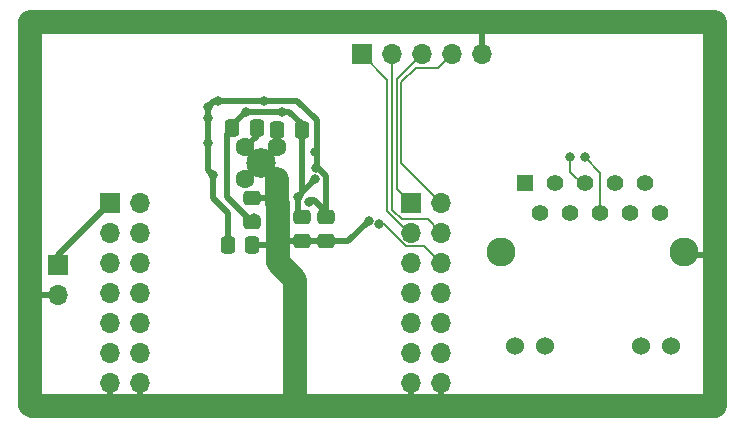
<source format=gbr>
%TF.GenerationSoftware,KiCad,Pcbnew,(6.0.11)*%
%TF.CreationDate,2025-03-13T12:33:08+04:00*%
%TF.ProjectId,gig_E,6769675f-452e-46b6-9963-61645f706362,rev?*%
%TF.SameCoordinates,Original*%
%TF.FileFunction,Copper,L2,Bot*%
%TF.FilePolarity,Positive*%
%FSLAX46Y46*%
G04 Gerber Fmt 4.6, Leading zero omitted, Abs format (unit mm)*
G04 Created by KiCad (PCBNEW (6.0.11)) date 2025-03-13 12:33:08*
%MOMM*%
%LPD*%
G01*
G04 APERTURE LIST*
G04 Aperture macros list*
%AMRoundRect*
0 Rectangle with rounded corners*
0 $1 Rounding radius*
0 $2 $3 $4 $5 $6 $7 $8 $9 X,Y pos of 4 corners*
0 Add a 4 corners polygon primitive as box body*
4,1,4,$2,$3,$4,$5,$6,$7,$8,$9,$2,$3,0*
0 Add four circle primitives for the rounded corners*
1,1,$1+$1,$2,$3*
1,1,$1+$1,$4,$5*
1,1,$1+$1,$6,$7*
1,1,$1+$1,$8,$9*
0 Add four rect primitives between the rounded corners*
20,1,$1+$1,$2,$3,$4,$5,0*
20,1,$1+$1,$4,$5,$6,$7,0*
20,1,$1+$1,$6,$7,$8,$9,0*
20,1,$1+$1,$8,$9,$2,$3,0*%
G04 Aperture macros list end*
%TA.AperFunction,ComponentPad*%
%ADD10R,1.700000X1.700000*%
%TD*%
%TA.AperFunction,ComponentPad*%
%ADD11O,1.700000X1.700000*%
%TD*%
%TA.AperFunction,ComponentPad*%
%ADD12C,1.600000*%
%TD*%
%TA.AperFunction,ComponentPad*%
%ADD13C,2.500000*%
%TD*%
%TA.AperFunction,ComponentPad*%
%ADD14R,1.398000X1.398000*%
%TD*%
%TA.AperFunction,ComponentPad*%
%ADD15C,1.398000*%
%TD*%
%TA.AperFunction,ComponentPad*%
%ADD16C,1.530000*%
%TD*%
%TA.AperFunction,ComponentPad*%
%ADD17C,2.445000*%
%TD*%
%TA.AperFunction,SMDPad,CuDef*%
%ADD18RoundRect,0.250000X0.475000X-0.337500X0.475000X0.337500X-0.475000X0.337500X-0.475000X-0.337500X0*%
%TD*%
%TA.AperFunction,SMDPad,CuDef*%
%ADD19RoundRect,0.250000X0.337500X0.475000X-0.337500X0.475000X-0.337500X-0.475000X0.337500X-0.475000X0*%
%TD*%
%TA.AperFunction,SMDPad,CuDef*%
%ADD20RoundRect,0.250000X-0.475000X0.337500X-0.475000X-0.337500X0.475000X-0.337500X0.475000X0.337500X0*%
%TD*%
%TA.AperFunction,SMDPad,CuDef*%
%ADD21RoundRect,0.250000X-0.337500X-0.475000X0.337500X-0.475000X0.337500X0.475000X-0.337500X0.475000X0*%
%TD*%
%TA.AperFunction,ViaPad*%
%ADD22C,0.800000*%
%TD*%
%TA.AperFunction,Conductor*%
%ADD23C,0.200000*%
%TD*%
%TA.AperFunction,Conductor*%
%ADD24C,0.500000*%
%TD*%
%TA.AperFunction,Conductor*%
%ADD25C,2.000000*%
%TD*%
G04 APERTURE END LIST*
D10*
%TO.P,J5,1,Pin_1*%
%TO.N,/ANALOG_IN*%
X53400000Y-136585000D03*
D11*
%TO.P,J5,2,Pin_2*%
%TO.N,GND*%
X53400000Y-139125000D03*
%TD*%
D10*
%TO.P,J2,1,Pin_1*%
%TO.N,/ANALOG_IN*%
X57800000Y-131300000D03*
D11*
%TO.P,J2,2,Pin_2*%
%TO.N,+5V*%
X60340000Y-131300000D03*
%TO.P,J2,3,Pin_3*%
%TO.N,unconnected-(J2-Pad3)*%
X57800000Y-133840000D03*
%TO.P,J2,4,Pin_4*%
%TO.N,unconnected-(J2-Pad4)*%
X60340000Y-133840000D03*
%TO.P,J2,5,Pin_5*%
%TO.N,/IO0*%
X57800000Y-136380000D03*
%TO.P,J2,6,Pin_6*%
%TO.N,/IO1*%
X60340000Y-136380000D03*
%TO.P,J2,7,Pin_7*%
%TO.N,/IO2*%
X57800000Y-138920000D03*
%TO.P,J2,8,Pin_8*%
%TO.N,/IO3*%
X60340000Y-138920000D03*
%TO.P,J2,9,Pin_9*%
%TO.N,/IO4*%
X57800000Y-141460000D03*
%TO.P,J2,10,Pin_10*%
%TO.N,/IO5*%
X60340000Y-141460000D03*
%TO.P,J2,11,Pin_11*%
%TO.N,/IO6*%
X57800000Y-144000000D03*
%TO.P,J2,12,Pin_12*%
%TO.N,/IO7*%
X60340000Y-144000000D03*
%TO.P,J2,13,Pin_13*%
%TO.N,GND*%
X57800000Y-146540000D03*
%TO.P,J2,14,Pin_14*%
X60340000Y-146540000D03*
%TD*%
D12*
%TO.P,U1,49,GND*%
%TO.N,GND*%
X69280000Y-126580000D03*
X71980000Y-126580000D03*
X71980000Y-129280000D03*
X69280000Y-129280000D03*
D13*
X70630000Y-127930000D03*
%TD*%
D14*
%TO.P,J1,1,P1*%
%TO.N,Net-(C1-Pad1)*%
X92980000Y-129640000D03*
D15*
%TO.P,J1,2,0+*%
%TO.N,/0+*%
X94260000Y-132180000D03*
%TO.P,J1,3,0-*%
%TO.N,/0-*%
X95520000Y-129640000D03*
%TO.P,J1,4,1+*%
%TO.N,/1+*%
X96800000Y-132180000D03*
%TO.P,J1,5,2+*%
%TO.N,/2+*%
X98060000Y-129640000D03*
%TO.P,J1,6,2-*%
%TO.N,/2-*%
X99340000Y-132180000D03*
%TO.P,J1,7,1-*%
%TO.N,/1-*%
X100600000Y-129640000D03*
%TO.P,J1,8,3+*%
%TO.N,/3+*%
X101880000Y-132180000D03*
%TO.P,J1,9,3-*%
%TO.N,/3-*%
X103140000Y-129640000D03*
%TO.P,J1,10,P10*%
%TO.N,GND*%
X104420000Y-132180000D03*
D16*
%TO.P,J1,11*%
%TO.N,VCC*%
X92075000Y-143430000D03*
%TO.P,J1,12*%
%TO.N,/LED0*%
X94615000Y-143430000D03*
%TO.P,J1,13*%
%TO.N,GND*%
X102785000Y-143430000D03*
%TO.P,J1,14*%
%TO.N,/LED1*%
X105325000Y-143430000D03*
D17*
%TO.P,J1,S1,SHIELD*%
%TO.N,GND*%
X90955000Y-135480000D03*
%TO.P,J1,S2,SHIELD*%
X106445000Y-135480000D03*
%TD*%
D10*
%TO.P,J6,1,Pin_1*%
%TO.N,/IO16*%
X79125000Y-118700000D03*
D11*
%TO.P,J6,2,Pin_2*%
%TO.N,/IO17*%
X81665000Y-118700000D03*
%TO.P,J6,3,Pin_3*%
%TO.N,/IO18*%
X84205000Y-118700000D03*
%TO.P,J6,4,Pin_4*%
%TO.N,/IO19*%
X86745000Y-118700000D03*
%TO.P,J6,5,Pin_5*%
%TO.N,GND*%
X89285000Y-118700000D03*
%TD*%
D10*
%TO.P,J3,1,Pin_1*%
%TO.N,/IO18*%
X83300000Y-131300000D03*
D11*
%TO.P,J3,2,Pin_2*%
%TO.N,/IO19*%
X85840000Y-131300000D03*
%TO.P,J3,3,Pin_3*%
%TO.N,/IO16*%
X83300000Y-133840000D03*
%TO.P,J3,4,Pin_4*%
%TO.N,/IO17*%
X85840000Y-133840000D03*
%TO.P,J3,5,Pin_5*%
%TO.N,/IO14*%
X83300000Y-136380000D03*
%TO.P,J3,6,Pin_6*%
%TO.N,/IO15*%
X85840000Y-136380000D03*
%TO.P,J3,7,Pin_7*%
%TO.N,/IO12*%
X83300000Y-138920000D03*
%TO.P,J3,8,Pin_8*%
%TO.N,/IO13*%
X85840000Y-138920000D03*
%TO.P,J3,9,Pin_9*%
%TO.N,/IO10*%
X83300000Y-141460000D03*
%TO.P,J3,10,Pin_10*%
%TO.N,/IO11*%
X85840000Y-141460000D03*
%TO.P,J3,11,Pin_11*%
%TO.N,/IO8*%
X83300000Y-144000000D03*
%TO.P,J3,12,Pin_12*%
%TO.N,/IO9*%
X85840000Y-144000000D03*
%TO.P,J3,13,Pin_13*%
%TO.N,GND*%
X83300000Y-146540000D03*
%TO.P,J3,14,Pin_14*%
X85840000Y-146540000D03*
%TD*%
D18*
%TO.P,C7,1*%
%TO.N,/+1v*%
X69800000Y-132937500D03*
%TO.P,C7,2*%
%TO.N,GND*%
X69800000Y-130862500D03*
%TD*%
D19*
%TO.P,C3,1*%
%TO.N,/+1v*%
X74037500Y-125100000D03*
%TO.P,C3,2*%
%TO.N,GND*%
X71962500Y-125100000D03*
%TD*%
D20*
%TO.P,C4,1*%
%TO.N,VCC*%
X76100000Y-132462500D03*
%TO.P,C4,2*%
%TO.N,GND*%
X76100000Y-134537500D03*
%TD*%
D21*
%TO.P,C5,1*%
%TO.N,VCC*%
X67762500Y-134900000D03*
%TO.P,C5,2*%
%TO.N,GND*%
X69837500Y-134900000D03*
%TD*%
D20*
%TO.P,C6,1*%
%TO.N,/+1v*%
X74100000Y-132462500D03*
%TO.P,C6,2*%
%TO.N,GND*%
X74100000Y-134537500D03*
%TD*%
D21*
%TO.P,C2,1*%
%TO.N,/+1v*%
X68162500Y-125000000D03*
%TO.P,C2,2*%
%TO.N,GND*%
X70237500Y-125000000D03*
%TD*%
D22*
%TO.N,/2+*%
X96800000Y-127379500D03*
%TO.N,/2-*%
X98000000Y-127400000D03*
%TO.N,VCC*%
X66100000Y-123200000D03*
X75218885Y-128331612D03*
X66930014Y-122669986D03*
X66126926Y-126250500D03*
X74669520Y-131230480D03*
X66509830Y-128935119D03*
X75200000Y-126972112D03*
X66100000Y-124100000D03*
X70869986Y-122669986D03*
%TO.N,GND*%
X79700000Y-132800000D03*
%TO.N,/IO15*%
X80625583Y-133120500D03*
%TO.N,/+1v*%
X70007267Y-132601587D03*
X75209431Y-129311069D03*
X69318223Y-123577979D03*
X72400000Y-123600000D03*
X73700000Y-130809500D03*
%TD*%
D23*
%TO.N,/2+*%
X96800000Y-128650000D02*
X98060000Y-129910000D01*
X96800000Y-127379500D02*
X96800000Y-128650000D01*
%TO.N,/2-*%
X98000000Y-127400000D02*
X99340000Y-128740000D01*
X99340000Y-128740000D02*
X99340000Y-132450000D01*
D24*
%TO.N,/ANALOG_IN*%
X57800000Y-131300000D02*
X53400000Y-135700000D01*
X53400000Y-135700000D02*
X53400000Y-136585000D01*
%TO.N,VCC*%
X66630014Y-122669986D02*
X66126926Y-123173074D01*
X66126926Y-128552215D02*
X66509830Y-128935119D01*
X75431612Y-128331612D02*
X75218885Y-128331612D01*
X71669986Y-122669986D02*
X66930014Y-122669986D01*
X75100000Y-131100000D02*
X74800000Y-131100000D01*
X66630014Y-122669986D02*
X66100000Y-123200000D01*
X66126926Y-123173074D02*
X66126926Y-125326926D01*
X76100000Y-132462500D02*
X76100000Y-129000000D01*
X71669986Y-122669986D02*
X70869986Y-122669986D01*
X74800000Y-131100000D02*
X74669520Y-131230480D01*
X73669986Y-122669986D02*
X71669986Y-122669986D01*
X75300000Y-128250497D02*
X75300000Y-124300000D01*
X66509830Y-130909830D02*
X66509830Y-128935119D01*
X66126926Y-125326926D02*
X66126926Y-128552215D01*
X76100000Y-132100000D02*
X75100000Y-131100000D01*
X76100000Y-129000000D02*
X75431612Y-128331612D01*
X67762500Y-134900000D02*
X67762500Y-132162500D01*
X67762500Y-132162500D02*
X66509830Y-130909830D01*
X76100000Y-132462500D02*
X76100000Y-132100000D01*
X66930014Y-122669986D02*
X66630014Y-122669986D01*
X66126926Y-125326926D02*
X66126926Y-126250500D01*
X75218885Y-128331612D02*
X75300000Y-128250497D01*
X75300000Y-124300000D02*
X73669986Y-122669986D01*
%TO.N,GND*%
X71700000Y-134900000D02*
X72000000Y-134600000D01*
X108950000Y-135750000D02*
X106445000Y-135750000D01*
X60340000Y-146540000D02*
X60340000Y-148240000D01*
X71518542Y-130862500D02*
X71980000Y-131323958D01*
X70237500Y-125622500D02*
X69280000Y-126580000D01*
X83300000Y-148000000D02*
X83800000Y-148500000D01*
D25*
X109000000Y-116000000D02*
X89500000Y-116000000D01*
X73500000Y-137800000D02*
X72000000Y-136300000D01*
X51100000Y-148400000D02*
X51200000Y-148500000D01*
D24*
X76100000Y-134537500D02*
X74100000Y-134537500D01*
D25*
X51200000Y-148500000D02*
X58500000Y-148500000D01*
X72000000Y-136300000D02*
X72000000Y-134600000D01*
D24*
X77962500Y-134537500D02*
X79700000Y-132800000D01*
D25*
X89500000Y-116000000D02*
X51100000Y-116000000D01*
D24*
X57800000Y-147800000D02*
X58500000Y-148500000D01*
D25*
X71980000Y-131323958D02*
X71980000Y-129280000D01*
D24*
X71962500Y-125100000D02*
X71962500Y-126562500D01*
X71962500Y-126562500D02*
X71980000Y-126580000D01*
X89285000Y-116215000D02*
X89500000Y-116000000D01*
X74100000Y-134537500D02*
X72062500Y-134537500D01*
X69237500Y-126537500D02*
X69280000Y-126580000D01*
X85840000Y-146540000D02*
X85840000Y-148140000D01*
D25*
X73500000Y-148200000D02*
X73200000Y-148500000D01*
X86200000Y-148500000D02*
X91600000Y-148500000D01*
X91600000Y-148500000D02*
X109000000Y-148500000D01*
D24*
X72062500Y-134537500D02*
X72000000Y-134600000D01*
X57800000Y-146540000D02*
X57800000Y-147800000D01*
X85840000Y-148140000D02*
X86200000Y-148500000D01*
D25*
X72000000Y-134600000D02*
X72000000Y-131343958D01*
D24*
X76100000Y-134537500D02*
X77962500Y-134537500D01*
X60340000Y-148240000D02*
X60600000Y-148500000D01*
D25*
X58500000Y-148500000D02*
X60600000Y-148500000D01*
D24*
X83300000Y-146540000D02*
X83300000Y-148000000D01*
X54000000Y-139140000D02*
X51140000Y-139140000D01*
D25*
X109000000Y-148500000D02*
X109000000Y-135800000D01*
D24*
X51140000Y-139140000D02*
X51000000Y-139000000D01*
D25*
X109000000Y-135800000D02*
X109000000Y-116000000D01*
X109000000Y-135800000D02*
X108950000Y-135750000D01*
D24*
X72022500Y-126537500D02*
X71980000Y-126580000D01*
D25*
X51000000Y-139000000D02*
X51000000Y-148400000D01*
X83800000Y-148500000D02*
X86200000Y-148500000D01*
X73200000Y-148500000D02*
X83800000Y-148500000D01*
D24*
X89285000Y-118700000D02*
X89285000Y-116215000D01*
D25*
X72000000Y-131343958D02*
X71980000Y-131323958D01*
D24*
X69837500Y-134900000D02*
X71700000Y-134900000D01*
D25*
X60600000Y-148500000D02*
X73200000Y-148500000D01*
D24*
X70237500Y-125000000D02*
X70237500Y-125622500D01*
D25*
X73500000Y-137800000D02*
X73500000Y-148200000D01*
X51000000Y-116000000D02*
X51000000Y-139000000D01*
D24*
X69800000Y-130862500D02*
X71518542Y-130862500D01*
D23*
%TO.N,/IO18*%
X82100000Y-120805000D02*
X84205000Y-118700000D01*
X83300000Y-131300000D02*
X82100000Y-130100000D01*
X82100000Y-130100000D02*
X82100000Y-120805000D01*
%TO.N,/IO19*%
X82480000Y-121100000D02*
X83680000Y-119900000D01*
X83680000Y-119900000D02*
X85545000Y-119900000D01*
X82480000Y-127940000D02*
X82480000Y-121100000D01*
X85545000Y-119900000D02*
X86745000Y-118700000D01*
X85840000Y-131300000D02*
X82480000Y-127940000D01*
%TO.N,/IO16*%
X83300000Y-133840000D02*
X83102599Y-133840000D01*
X81285000Y-120860000D02*
X79125000Y-118700000D01*
X83102599Y-133840000D02*
X81285000Y-132022401D01*
X81285000Y-132022401D02*
X81285000Y-120860000D01*
%TO.N,/IO17*%
X84710000Y-132710000D02*
X82510000Y-132710000D01*
X82510000Y-132710000D02*
X81665000Y-131865000D01*
X85840000Y-133840000D02*
X84710000Y-132710000D01*
X81665000Y-131865000D02*
X81665000Y-118700000D01*
%TO.N,/IO15*%
X84430000Y-134970000D02*
X85840000Y-136380000D01*
X82831938Y-134970000D02*
X84430000Y-134970000D01*
X80625583Y-133120500D02*
X80982438Y-133120500D01*
X80982438Y-133120500D02*
X82831938Y-134970000D01*
X84600000Y-135140000D02*
X85840000Y-136380000D01*
D24*
%TO.N,/+1v*%
X73700000Y-132062500D02*
X73700000Y-130809500D01*
X74100000Y-132462500D02*
X73700000Y-132062500D01*
X69800000Y-132808854D02*
X70007267Y-132601587D01*
X74037500Y-130483000D02*
X73711000Y-130809500D01*
X68162500Y-125037500D02*
X67700000Y-125500000D01*
X74037500Y-124637500D02*
X73000000Y-123600000D01*
X68162500Y-125000000D02*
X68162500Y-124733702D01*
X68162500Y-124733702D02*
X69318223Y-123577979D01*
X69318223Y-123577979D02*
X72377979Y-123577979D01*
X73000000Y-123600000D02*
X72400000Y-123600000D01*
X67700000Y-125500000D02*
X67700000Y-130837500D01*
X74037500Y-125100000D02*
X74037500Y-130483000D01*
D23*
X72377979Y-123577979D02*
X72400000Y-123600000D01*
D24*
X74037500Y-125100000D02*
X74037500Y-124637500D01*
D23*
X73700000Y-130809500D02*
X73711000Y-130809500D01*
D24*
X68162500Y-125000000D02*
X68162500Y-125037500D01*
X69800000Y-132937500D02*
X69800000Y-132808854D01*
X67700000Y-130837500D02*
X69800000Y-132937500D01*
X73711000Y-130809500D02*
X75209431Y-129311069D01*
%TD*%
M02*

</source>
